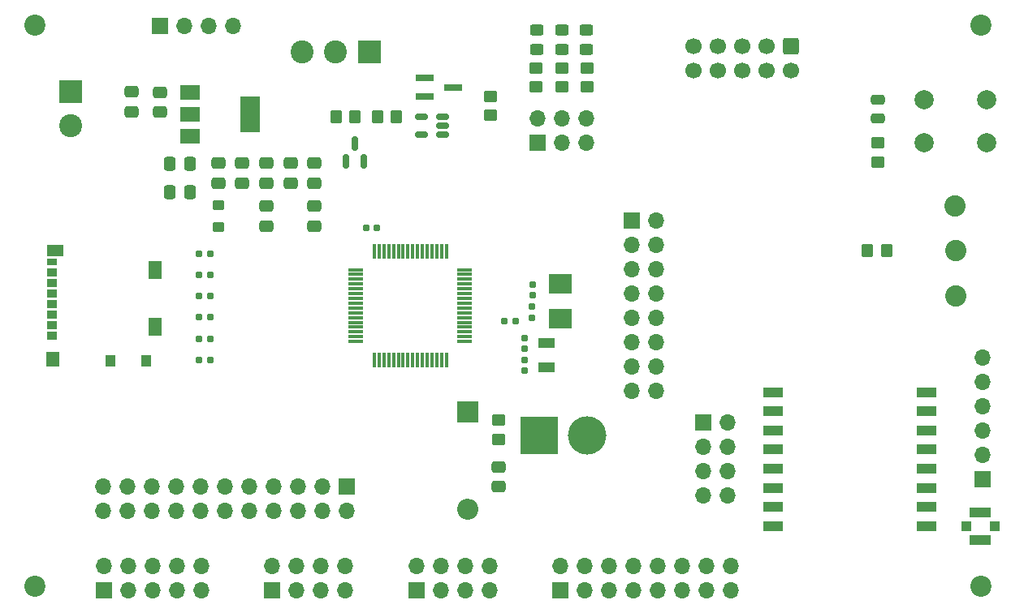
<source format=gts>
%TF.GenerationSoftware,KiCad,Pcbnew,6.0.7-f9a2dced07~116~ubuntu20.04.1*%
%TF.CreationDate,2023-02-02T12:22:44+01:00*%
%TF.ProjectId,MoleNet_V5.2.2,4d6f6c65-4e65-4745-9f56-352e322e322e,1*%
%TF.SameCoordinates,Original*%
%TF.FileFunction,Soldermask,Top*%
%TF.FilePolarity,Negative*%
%FSLAX46Y46*%
G04 Gerber Fmt 4.6, Leading zero omitted, Abs format (unit mm)*
G04 Created by KiCad (PCBNEW 6.0.7-f9a2dced07~116~ubuntu20.04.1) date 2023-02-02 12:22:44*
%MOMM*%
%LPD*%
G01*
G04 APERTURE LIST*
G04 Aperture macros list*
%AMRoundRect*
0 Rectangle with rounded corners*
0 $1 Rounding radius*
0 $2 $3 $4 $5 $6 $7 $8 $9 X,Y pos of 4 corners*
0 Add a 4 corners polygon primitive as box body*
4,1,4,$2,$3,$4,$5,$6,$7,$8,$9,$2,$3,0*
0 Add four circle primitives for the rounded corners*
1,1,$1+$1,$2,$3*
1,1,$1+$1,$4,$5*
1,1,$1+$1,$6,$7*
1,1,$1+$1,$8,$9*
0 Add four rect primitives between the rounded corners*
20,1,$1+$1,$2,$3,$4,$5,0*
20,1,$1+$1,$4,$5,$6,$7,0*
20,1,$1+$1,$6,$7,$8,$9,0*
20,1,$1+$1,$8,$9,$2,$3,0*%
G04 Aperture macros list end*
%ADD10RoundRect,0.155000X0.155000X-0.212500X0.155000X0.212500X-0.155000X0.212500X-0.155000X-0.212500X0*%
%ADD11RoundRect,0.250000X-0.475000X0.337500X-0.475000X-0.337500X0.475000X-0.337500X0.475000X0.337500X0*%
%ADD12RoundRect,0.250000X-0.450000X0.350000X-0.450000X-0.350000X0.450000X-0.350000X0.450000X0.350000X0*%
%ADD13R,2.400000X2.000000*%
%ADD14R,1.700000X1.700000*%
%ADD15O,1.700000X1.700000*%
%ADD16RoundRect,0.250000X-0.600000X0.600000X-0.600000X-0.600000X0.600000X-0.600000X0.600000X0.600000X0*%
%ADD17C,1.700000*%
%ADD18RoundRect,0.155000X0.212500X0.155000X-0.212500X0.155000X-0.212500X-0.155000X0.212500X-0.155000X0*%
%ADD19RoundRect,0.160000X0.197500X0.160000X-0.197500X0.160000X-0.197500X-0.160000X0.197500X-0.160000X0*%
%ADD20RoundRect,0.250000X-0.450000X0.325000X-0.450000X-0.325000X0.450000X-0.325000X0.450000X0.325000X0*%
%ADD21RoundRect,0.250000X-0.475000X0.250000X-0.475000X-0.250000X0.475000X-0.250000X0.475000X0.250000X0*%
%ADD22C,2.200000*%
%ADD23RoundRect,0.250000X-0.350000X-0.450000X0.350000X-0.450000X0.350000X0.450000X-0.350000X0.450000X0*%
%ADD24RoundRect,0.250000X0.337500X0.475000X-0.337500X0.475000X-0.337500X-0.475000X0.337500X-0.475000X0*%
%ADD25RoundRect,0.250000X0.350000X-0.275000X0.350000X0.275000X-0.350000X0.275000X-0.350000X-0.275000X0*%
%ADD26RoundRect,0.250000X0.450000X-0.350000X0.450000X0.350000X-0.450000X0.350000X-0.450000X-0.350000X0*%
%ADD27R,2.200000X2.200000*%
%ADD28O,2.200000X2.200000*%
%ADD29RoundRect,0.250000X0.350000X0.450000X-0.350000X0.450000X-0.350000X-0.450000X0.350000X-0.450000X0*%
%ADD30RoundRect,0.155000X-0.212500X-0.155000X0.212500X-0.155000X0.212500X0.155000X-0.212500X0.155000X0*%
%ADD31R,2.000000X1.000000*%
%ADD32R,1.000000X1.000000*%
%ADD33R,2.200000X1.050000*%
%ADD34R,2.400000X2.400000*%
%ADD35C,2.400000*%
%ADD36RoundRect,0.155000X-0.155000X0.212500X-0.155000X-0.212500X0.155000X-0.212500X0.155000X0.212500X0*%
%ADD37R,4.000000X4.000000*%
%ADD38C,4.000000*%
%ADD39R,1.800000X1.000000*%
%ADD40RoundRect,0.150000X0.512500X0.150000X-0.512500X0.150000X-0.512500X-0.150000X0.512500X-0.150000X0*%
%ADD41R,1.100000X0.850000*%
%ADD42R,1.100000X0.750000*%
%ADD43R,1.000000X1.200000*%
%ADD44R,1.350000X1.900000*%
%ADD45R,1.800000X1.170000*%
%ADD46R,1.350000X1.550000*%
%ADD47RoundRect,0.150000X0.150000X-0.587500X0.150000X0.587500X-0.150000X0.587500X-0.150000X-0.587500X0*%
%ADD48RoundRect,0.075000X0.700000X0.075000X-0.700000X0.075000X-0.700000X-0.075000X0.700000X-0.075000X0*%
%ADD49RoundRect,0.075000X0.075000X0.700000X-0.075000X0.700000X-0.075000X-0.700000X0.075000X-0.700000X0*%
%ADD50R,1.900000X0.800000*%
%ADD51C,2.000000*%
%ADD52C,2.224000*%
%ADD53R,2.000000X1.500000*%
%ADD54R,2.000000X3.800000*%
G04 APERTURE END LIST*
D10*
%TO.C,C10*%
X147530700Y-95772100D03*
X147530700Y-94637100D03*
%TD*%
D11*
%TO.C,C12*%
X118110000Y-76403200D03*
X118110000Y-78478200D03*
%TD*%
D12*
%TO.C,R3*%
X154063700Y-66437000D03*
X154063700Y-68437000D03*
%TD*%
D13*
%TO.C,Y1*%
X151282400Y-92655000D03*
X151282400Y-88955000D03*
%TD*%
D14*
%TO.C,J8*%
X166141400Y-103489600D03*
D15*
X168681400Y-103489600D03*
X166141400Y-106029600D03*
X168681400Y-106029600D03*
X166141400Y-108569600D03*
X168681400Y-108569600D03*
X166141400Y-111109600D03*
X168681400Y-111109600D03*
%TD*%
D16*
%TO.C,J1*%
X175361600Y-64144500D03*
D17*
X175361600Y-66684500D03*
X172821600Y-64144500D03*
X172821600Y-66684500D03*
X170281600Y-64144500D03*
X170281600Y-66684500D03*
X167741600Y-64144500D03*
X167741600Y-66684500D03*
X165201600Y-64144500D03*
X165201600Y-66684500D03*
%TD*%
D11*
%TO.C,C17*%
X125658800Y-80877500D03*
X125658800Y-82952500D03*
%TD*%
D18*
%TO.C,C2*%
X132139500Y-83134200D03*
X131004500Y-83134200D03*
%TD*%
D19*
%TO.C,R9*%
X114795900Y-92481400D03*
X113600900Y-92481400D03*
%TD*%
D20*
%TO.C,D2*%
X151434800Y-62449600D03*
X151434800Y-64499600D03*
%TD*%
D21*
%TO.C,C1*%
X184409000Y-69789000D03*
X184409000Y-71689000D03*
%TD*%
D12*
%TO.C,R5*%
X144830800Y-103241600D03*
X144830800Y-105241600D03*
%TD*%
D19*
%TO.C,R7*%
X114795900Y-94705480D03*
X113600900Y-94705480D03*
%TD*%
D22*
%TO.C,REF\u002A\u002A*%
X195107000Y-61974400D03*
%TD*%
D23*
%TO.C,R1*%
X183316800Y-85521800D03*
X185316800Y-85521800D03*
%TD*%
D11*
%TO.C,C20*%
X109555200Y-68961000D03*
X109555200Y-71036000D03*
%TD*%
D24*
%TO.C,C22*%
X112666600Y-76428600D03*
X110591600Y-76428600D03*
%TD*%
D11*
%TO.C,C15*%
X125653800Y-76403200D03*
X125653800Y-78478200D03*
%TD*%
D22*
%TO.C,REF\u002A\u002A*%
X195102400Y-120573800D03*
%TD*%
D24*
%TO.C,C18*%
X112666600Y-79375000D03*
X110591600Y-79375000D03*
%TD*%
D19*
%TO.C,R10*%
X114795900Y-88053240D03*
X113600900Y-88053240D03*
%TD*%
D11*
%TO.C,C16*%
X120629600Y-80877500D03*
X120629600Y-82952500D03*
%TD*%
%TO.C,C11*%
X115595400Y-76403200D03*
X115595400Y-78478200D03*
%TD*%
D14*
%TO.C,J9*%
X158692600Y-82379400D03*
D15*
X161232600Y-82379400D03*
X158692600Y-84919400D03*
X161232600Y-84919400D03*
X158692600Y-87459400D03*
X161232600Y-87459400D03*
X158692600Y-89999400D03*
X161232600Y-89999400D03*
X158692600Y-92539400D03*
X161232600Y-92539400D03*
X158692600Y-95079400D03*
X161232600Y-95079400D03*
X158692600Y-97619400D03*
X161232600Y-97619400D03*
X158692600Y-100159400D03*
X161232600Y-100159400D03*
%TD*%
D25*
%TO.C,FB1*%
X115600400Y-83065000D03*
X115600400Y-80765000D03*
%TD*%
D11*
%TO.C,C14*%
X123139200Y-76403200D03*
X123139200Y-78478200D03*
%TD*%
D12*
%TO.C,R4*%
X151409400Y-66437000D03*
X151409400Y-68437000D03*
%TD*%
D26*
%TO.C,R12*%
X144000000Y-71400000D03*
X144000000Y-69400000D03*
%TD*%
D19*
%TO.C,R6*%
X146591700Y-92887800D03*
X145396700Y-92887800D03*
%TD*%
D20*
%TO.C,D4*%
X148844000Y-62449600D03*
X148844000Y-64499600D03*
%TD*%
D10*
%TO.C,C4*%
X148336000Y-92515500D03*
X148336000Y-91380500D03*
%TD*%
D27*
%TO.C,D3*%
X141660800Y-102362000D03*
D28*
X141660800Y-112522000D03*
%TD*%
D29*
%TO.C,R13*%
X134186600Y-71526400D03*
X132186600Y-71526400D03*
%TD*%
D14*
%TO.C,J10*%
X129032000Y-110129400D03*
D15*
X129032000Y-112669400D03*
X126492000Y-110129400D03*
X126492000Y-112669400D03*
X123952000Y-110129400D03*
X123952000Y-112669400D03*
X121412000Y-110129400D03*
X121412000Y-112669400D03*
X118872000Y-110129400D03*
X118872000Y-112669400D03*
X116332000Y-110129400D03*
X116332000Y-112669400D03*
X113792000Y-110129400D03*
X113792000Y-112669400D03*
X111252000Y-110129400D03*
X111252000Y-112669400D03*
X108712000Y-110129400D03*
X108712000Y-112669400D03*
X106172000Y-110129400D03*
X106172000Y-112669400D03*
X103632000Y-110129400D03*
X103632000Y-112669400D03*
%TD*%
D30*
%TO.C,C9*%
X113630900Y-96919560D03*
X114765900Y-96919560D03*
%TD*%
D31*
%TO.C,U3*%
X173462600Y-100289600D03*
X173462600Y-102289600D03*
X173462600Y-104289600D03*
X173462600Y-106289600D03*
X173462600Y-108289600D03*
X173462600Y-110289600D03*
X173462600Y-112289600D03*
X173462600Y-114289600D03*
X189462600Y-114289600D03*
X189462600Y-112289600D03*
X189462600Y-110289600D03*
X189462600Y-108289600D03*
X189462600Y-106289600D03*
X189462600Y-104289600D03*
X189462600Y-102289600D03*
X189462600Y-100289600D03*
%TD*%
D32*
%TO.C,J6*%
X193577000Y-114300000D03*
D33*
X195077000Y-115775000D03*
D32*
X196577000Y-114300000D03*
D33*
X195077000Y-112825000D03*
%TD*%
D34*
%TO.C,J14*%
X100258800Y-68935600D03*
D35*
X100258800Y-72435600D03*
%TD*%
D34*
%TO.C,J17*%
X131343400Y-64770000D03*
D35*
X127843400Y-64770000D03*
X124343400Y-64770000D03*
%TD*%
D11*
%TO.C,C13*%
X120624600Y-76403200D03*
X120624600Y-78478200D03*
%TD*%
D14*
%TO.C,J3*%
X103682800Y-120980200D03*
D15*
X103682800Y-118440200D03*
X106222800Y-120980200D03*
X106222800Y-118440200D03*
X108762800Y-120980200D03*
X108762800Y-118440200D03*
X111302800Y-120980200D03*
X111302800Y-118440200D03*
X113842800Y-120980200D03*
X113842800Y-118440200D03*
%TD*%
D14*
%TO.C,J13*%
X109529800Y-62077600D03*
D15*
X112069800Y-62077600D03*
X114609800Y-62077600D03*
X117149800Y-62077600D03*
%TD*%
D22*
%TO.C,REF\u002A\u002A*%
X96499600Y-61950600D03*
%TD*%
D11*
%TO.C,C19*%
X106558000Y-68935600D03*
X106558000Y-71010600D03*
%TD*%
D14*
%TO.C,J2*%
X121261133Y-120980200D03*
D15*
X121261133Y-118440200D03*
X123801133Y-120980200D03*
X123801133Y-118440200D03*
X126341133Y-120980200D03*
X126341133Y-118440200D03*
X128881133Y-120980200D03*
X128881133Y-118440200D03*
%TD*%
D36*
%TO.C,C7*%
X147530700Y-96923100D03*
X147530700Y-98058100D03*
%TD*%
D14*
%TO.C,J12*%
X136289466Y-120980200D03*
D15*
X136289466Y-118440200D03*
X138829466Y-120980200D03*
X138829466Y-118440200D03*
X141369466Y-120980200D03*
X141369466Y-118440200D03*
X143909466Y-120980200D03*
X143909466Y-118440200D03*
%TD*%
D37*
%TO.C,C3*%
X149087200Y-104837600D03*
D38*
X154087200Y-104837600D03*
%TD*%
D39*
%TO.C,Y2*%
X149842100Y-97699200D03*
X149842100Y-95199200D03*
%TD*%
D40*
%TO.C,U2*%
X139039100Y-73416200D03*
X139039100Y-72466200D03*
X139039100Y-71516200D03*
X136764100Y-71516200D03*
X136764100Y-73416200D03*
%TD*%
D29*
%TO.C,R14*%
X129884600Y-71526400D03*
X127884600Y-71526400D03*
%TD*%
D11*
%TO.C,C5*%
X144830800Y-108080900D03*
X144830800Y-110155900D03*
%TD*%
D41*
%TO.C,J11*%
X98237800Y-94359400D03*
X98237800Y-93259400D03*
X98237800Y-92159400D03*
X98237800Y-91059400D03*
X98237800Y-89959400D03*
X98237800Y-88859400D03*
X98237800Y-87759400D03*
D42*
X98237800Y-86709400D03*
D43*
X104387800Y-96994400D03*
X108087800Y-96994400D03*
D44*
X109062800Y-87524400D03*
D45*
X98587800Y-85499400D03*
D46*
X98362800Y-96819400D03*
D44*
X109062800Y-93494400D03*
%TD*%
D12*
%TO.C,R8*%
X148755100Y-66437000D03*
X148755100Y-68437000D03*
%TD*%
D47*
%TO.C,D5*%
X128920200Y-76197700D03*
X130820200Y-76197700D03*
X129870200Y-74322700D03*
%TD*%
D48*
%TO.C,U1*%
X141316000Y-95004400D03*
X141316000Y-94504400D03*
X141316000Y-94004400D03*
X141316000Y-93504400D03*
X141316000Y-93004400D03*
X141316000Y-92504400D03*
X141316000Y-92004400D03*
X141316000Y-91504400D03*
X141316000Y-91004400D03*
X141316000Y-90504400D03*
X141316000Y-90004400D03*
X141316000Y-89504400D03*
X141316000Y-89004400D03*
X141316000Y-88504400D03*
X141316000Y-88004400D03*
X141316000Y-87504400D03*
D49*
X139391000Y-85579400D03*
X138891000Y-85579400D03*
X138391000Y-85579400D03*
X137891000Y-85579400D03*
X137391000Y-85579400D03*
X136891000Y-85579400D03*
X136391000Y-85579400D03*
X135891000Y-85579400D03*
X135391000Y-85579400D03*
X134891000Y-85579400D03*
X134391000Y-85579400D03*
X133891000Y-85579400D03*
X133391000Y-85579400D03*
X132891000Y-85579400D03*
X132391000Y-85579400D03*
X131891000Y-85579400D03*
D48*
X129966000Y-87504400D03*
X129966000Y-88004400D03*
X129966000Y-88504400D03*
X129966000Y-89004400D03*
X129966000Y-89504400D03*
X129966000Y-90004400D03*
X129966000Y-90504400D03*
X129966000Y-91004400D03*
X129966000Y-91504400D03*
X129966000Y-92004400D03*
X129966000Y-92504400D03*
X129966000Y-93004400D03*
X129966000Y-93504400D03*
X129966000Y-94004400D03*
X129966000Y-94504400D03*
X129966000Y-95004400D03*
D49*
X131891000Y-96929400D03*
X132391000Y-96929400D03*
X132891000Y-96929400D03*
X133391000Y-96929400D03*
X133891000Y-96929400D03*
X134391000Y-96929400D03*
X134891000Y-96929400D03*
X135391000Y-96929400D03*
X135891000Y-96929400D03*
X136391000Y-96929400D03*
X136891000Y-96929400D03*
X137391000Y-96929400D03*
X137891000Y-96929400D03*
X138391000Y-96929400D03*
X138891000Y-96929400D03*
X139391000Y-96929400D03*
%TD*%
D50*
%TO.C,Q1*%
X137112800Y-67503000D03*
X137112800Y-69403000D03*
X140112800Y-68453000D03*
%TD*%
D20*
%TO.C,D1*%
X154025600Y-62449600D03*
X154025600Y-64499600D03*
%TD*%
D26*
%TO.C,R2*%
X184409000Y-76285600D03*
X184409000Y-74285600D03*
%TD*%
D19*
%TO.C,R11*%
X114795900Y-85829160D03*
X113600900Y-85829160D03*
%TD*%
D51*
%TO.C,SW2*%
X189185400Y-69784400D03*
X195685400Y-69784400D03*
X189185400Y-74284400D03*
X195685400Y-74284400D03*
%TD*%
D30*
%TO.C,C8*%
X113630900Y-90267320D03*
X114765900Y-90267320D03*
%TD*%
D36*
%TO.C,C6*%
X148356400Y-89027000D03*
X148356400Y-90162000D03*
%TD*%
D52*
%TO.C,SW1*%
X192511600Y-90221800D03*
X192511600Y-85521800D03*
X192451600Y-80821800D03*
%TD*%
D53*
%TO.C,U4*%
X112674000Y-68972400D03*
X112674000Y-71272400D03*
D54*
X118974000Y-71272400D03*
D53*
X112674000Y-73572400D03*
%TD*%
D22*
%TO.C,REF\u002A\u002A*%
X96499600Y-120548400D03*
%TD*%
D14*
%TO.C,J16*%
X195331000Y-109397800D03*
D15*
X195331000Y-106857800D03*
X195331000Y-104317800D03*
X195331000Y-101777800D03*
X195331000Y-99237800D03*
X195331000Y-96697800D03*
%TD*%
D14*
%TO.C,J4*%
X151317800Y-120980200D03*
D15*
X151317800Y-118440200D03*
X153857800Y-120980200D03*
X153857800Y-118440200D03*
X156397800Y-120980200D03*
X156397800Y-118440200D03*
X158937800Y-120980200D03*
X158937800Y-118440200D03*
X161477800Y-120980200D03*
X161477800Y-118440200D03*
X164017800Y-120980200D03*
X164017800Y-118440200D03*
X166557800Y-120980200D03*
X166557800Y-118440200D03*
X169097800Y-120980200D03*
X169097800Y-118440200D03*
%TD*%
D14*
%TO.C,J5*%
X148869400Y-74244200D03*
D15*
X148869400Y-71704200D03*
X151409400Y-74244200D03*
X151409400Y-71704200D03*
X153949400Y-74244200D03*
X153949400Y-71704200D03*
%TD*%
M02*

</source>
